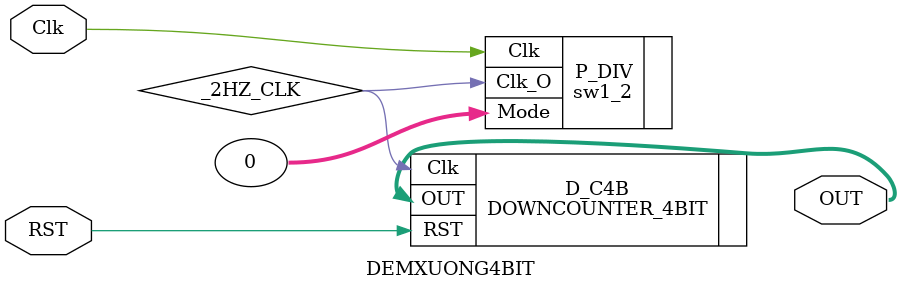
<source format=v>
`timescale 1ns / 1ps
`include "sw1_2.v"
`include "DOWNCOUNTER_4BIT.v"
module DEMXUONG4BIT(
	input Clk, 
	input RST,
	output [3:0] OUT
);
	wire _2HZ_CLK;
	sw1_2 P_DIV(.Clk(Clk), .Mode(0), .Clk_O(_2HZ_CLK));
	DOWNCOUNTER_4BIT D_C4B(.Clk(_2HZ_CLK), .RST(RST), .OUT(OUT));
endmodule
</source>
